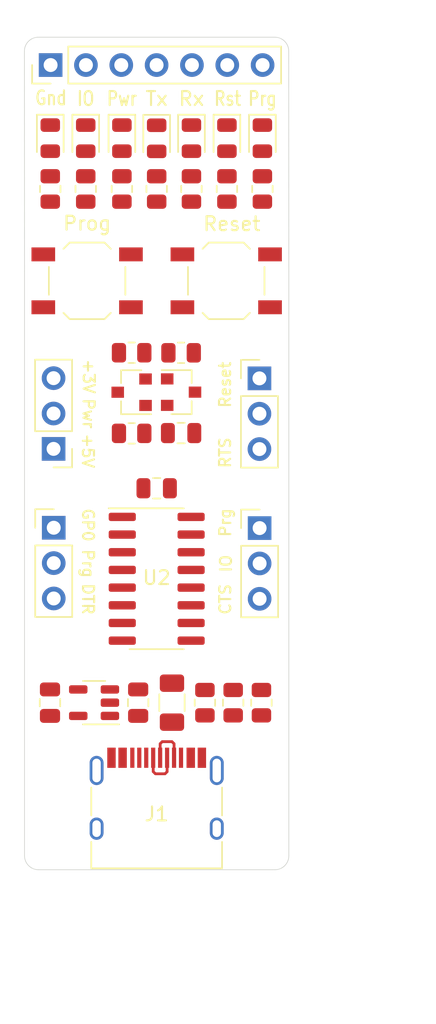
<source format=kicad_pcb>
(kicad_pcb (version 20221018) (generator pcbnew)
  (layers (0 "F.Cu" signal) (31 "B.Cu" signal) (34 "B.Paste" user) (35 "F.Paste" user) (36 "B.SilkS" user "B.Silkscreen") (37 "F.SilkS" user "F.Silkscreen") (38 "B.Mask" user) (39 "F.Mask" user) (44 "Edge.Cuts" user))
  (property "date" "2022-08-03")
  (property "version" "bd43bc3")
  (property "version_name" "v1.1")
  (net 0 "")
  (net 1 "+3V3")
  (net 2 "/PROG_OUT")
  (net 3 "Net-(J1-CC1)")
  (net 4 "+5V")
  (net 5 "/+5V_In")
  (net 6 "/D-")
  (net 7 "/D+")
  (net 9 "/DTR")
  (net 10 "/GPIO0")
  (net 11 "/RTS")
  (net 12 "Net-(J1-CC2)")
  (net 14 "/RXD0")
  (net 15 "/TXD0")
  (net 16 "/CTS")
  (net 17 "/VOUT")
  (net 18 "Net-(Q1-B)")
  (net 19 "Net-(Q2-B)")
  (net 20 "Net-(D1-A)")
  (net 21 "Net-(D2-A)")
  (net 22 "Net-(D3-A)")
  (net 23 "/RESET")
  (net 24 "Net-(U1-EN)")
  (net 32 "GND")
  (net 33 "/RESET_OUT")
  (net 34 "Net-(D4-A)")
  (net 35 "/CTS_OUT")
  (net 36 "Net-(D5-A)")
  (net 37 "Net-(D6-A)")
  (net 38 "Net-(D7-A)")
  (footprint "Capacitor_SMD:C_0805_2012Metric" (layer "F.Cu") (at 152 88.6 180)
    (fp_text reference "C3" hide)
    (fp_text value "10uF")
    (fp_line (start -0.261252 -0.735) (end 0.261252 -0.735) (stroke (width 0.12)) (layer "F.SilkS"))
    (fp_line (start -0.261252 0.735) (end 0.261252 0.735) (stroke (width 0.12)) (layer "F.SilkS"))
    (pad "1" smd roundrect (at -0.95 0 180) (size 1 1.45) (layers "F.Cu" "F.Paste" "F.Mask") (net 1 "+3V3"))
    (pad "2" smd roundrect (at 0.95 0 180) (size 1 1.45) (layers "F.Cu" "F.Paste" "F.Mask") (net 32 "GND"))
  )
  (footprint "Resistor_SMD:R_0805_2012Metric" (layer "F.Cu") (at 155.468 104 -90)
    (fp_text reference "R2" hide)
    (fp_text value "100K")
    (fp_line (start -0.227064 -0.735) (end 0.227064 -0.735) (stroke (width 0.12)) (layer "F.SilkS"))
    (fp_line (start -0.227064 0.735) (end 0.227064 0.735) (stroke (width 0.12)) (layer "F.SilkS"))
    (pad "1" smd roundrect (at -0.9125 0 270) (size 1.025 1.4) (layers "F.Cu" "F.Paste" "F.Mask") (roundrect_rratio 0.243902) (net 4 "+5V"))
    (pad "2" smd roundrect (at 0.9125 0 270) (size 1.025 1.4) (layers "F.Cu" "F.Paste" "F.Mask") (roundrect_rratio 0.243902) (net 24 "Net-(U1-EN)"))
  )
  (footprint "Resistor_SMD:R_0805_2012Metric" (layer "F.Cu") (at 157.5 104 90)
    (fp_text reference "R3" hide)
    (fp_text value "5K1")
    (fp_line (start -0.227064 -0.735) (end 0.227064 -0.735) (stroke (width 0.12)) (layer "F.SilkS"))
    (fp_line (start -0.227064 0.735) (end 0.227064 0.735) (stroke (width 0.12)) (layer "F.SilkS"))
    (pad "1" smd roundrect (at -0.9125 0 90) (size 1.025 1.4) (layers "F.Cu" "F.Paste" "F.Mask") (roundrect_rratio 0.243902) (net 3 "Net-(J1-CC1)"))
    (pad "2" smd roundrect (at 0.9125 0 90) (size 1.025 1.4) (layers "F.Cu" "F.Paste" "F.Mask") (roundrect_rratio 0.243902) (net 32 "GND"))
  )
  (footprint "Connector_USB:USB_C_Receptacle_HRO_TYPE-C-31-M-12" (layer "F.Cu") (at 152 112)
    (fp_text reference "J1" (at 0 0) (layer "F.SilkS"))
    (fp_text value "USB_C_Receptacle_USB2.0")
    (fp_line (start -4.7 -1.9) (end -4.7 0.1) (stroke (width 0.12)) (layer "F.SilkS"))
    (fp_line (start -4.7 2) (end -4.7 3.9) (stroke (width 0.12)) (layer "F.SilkS"))
    (fp_line (start -4.7 3.9) (end 4.7 3.9) (stroke (width 0.12)) (layer "F.SilkS"))
    (fp_line (start 4.7 -1.9) (end 4.7 0.1) (stroke (width 0.12)) (layer "F.SilkS"))
    (fp_line (start 4.7 2) (end 4.7 3.9) (stroke (width 0.12)) (layer "F.SilkS"))
    (pad "" np_thru_hole circle (at -2.89 -2.6) (size 0.65 0.65) (drill 0.65) (layers "*.Cu" "*.Mask"))
    (pad "" np_thru_hole circle (at 2.89 -2.6) (size 0.65 0.65) (drill 0.65) (layers "*.Cu" "*.Mask"))
    (pad "A1" smd rect (at -3.25 -4.045) (size 0.6 1.45) (layers "F.Cu" "F.Paste" "F.Mask") (net 32 "GND"))
    (pad "A4" smd rect (at -2.45 -4.045) (size 0.6 1.45) (layers "F.Cu" "F.Paste" "F.Mask") (net 5 "/+5V_In"))
    (pad "A5" smd rect (at -1.25 -4.045) (size 0.3 1.45) (layers "F.Cu" "F.Paste" "F.Mask") (net 3 "Net-(J1-CC1)"))
    (pad "A6" smd rect (at -0.25 -4.045) (size 0.3 1.45) (layers "F.Cu" "F.Paste" "F.Mask") (net 7 "/D+"))
    (pad "A7" smd rect (at 0.25 -4.045) (size 0.3 1.45) (layers "F.Cu" "F.Paste" "F.Mask") (net 6 "/D-"))
    (pad "A8" smd rect (at 1.25 -4.045) (size 0.3 1.45) (layers "F.Cu" "F.Paste" "F.Mask"))
    (pad "A9" smd rect (at 2.45 -4.045) (size 0.6 1.45) (layers "F.Cu" "F.Paste" "F.Mask") (net 5 "/+5V_In"))
    (pad "A12" smd rect (at 3.25 -4.045) (size 0.6 1.45) (layers "F.Cu" "F.Paste" "F.Mask") (net 32 "GND"))
    (pad "B1" smd rect (at 3.25 -4.045) (size 0.6 1.45) (layers "F.Cu" "F.Paste" "F.Mask") (net 32 "GND"))
    (pad "B4" smd rect (at 2.45 -4.045) (size 0.6 1.45) (layers "F.Cu" "F.Paste" "F.Mask") (net 5 "/+5V_In"))
    (pad "B5" smd rect (at 1.75 -4.045) (size 0.3 1.45) (layers "F.Cu" "F.Paste" "F.Mask") (net 12 "Net-(J1-CC2)"))
    (pad "B6" smd rect (at 0.75 -4.045) (size 0.3 1.45) (layers "F.Cu" "F.Paste" "F.Mask") (net 7 "/D+"))
    (pad "B7" smd rect (at -0.75 -4.045) (size 0.3 1.45) (layers "F.Cu" "F.Paste" "F.Mask") (net 6 "/D-"))
    (pad "B8" smd rect (at -1.75 -4.045) (size 0.3 1.45) (layers "F.Cu" "F.Paste" "F.Mask"))
    (pad "B9" smd rect (at -2.45 -4.045) (size 0.6 1.45) (layers "F.Cu" "F.Paste" "F.Mask") (net 5 "/+5V_In"))
    (pad "B12" smd rect (at -3.25 -4.045) (size 0.6 1.45) (layers "F.Cu" "F.Paste" "F.Mask") (net 32 "GND"))
    (pad "S1" thru_hole oval (at -4.32 -3.13) (size 1 2.1) (drill oval 0.6 1.7) (layers "*.Cu" "*.Mask") (net 32 "GND"))
    (pad "S1" thru_hole oval (at -4.32 1.05) (size 1 1.6) (drill oval 0.6 1.2) (layers "*.Cu" "*.Mask") (net 32 "GND"))
    (pad "S1" thru_hole oval (at 4.32 -3.13) (size 1 2.1) (drill oval 0.6 1.7) (layers "*.Cu" "*.Mask") (net 32 "GND"))
    (pad "S1" thru_hole oval (at 4.32 1.05) (size 1 1.6) (drill oval 0.6 1.2) (layers "*.Cu" "*.Mask") (net 32 "GND"))
  )
  (footprint "Capacitor_SMD:C_0805_2012Metric" (layer "F.Cu") (at 144.3305 104 90)
    (fp_text reference "C2" hide)
    (fp_text value "10uF")
    (fp_line (start -0.261252 -0.735) (end 0.261252 -0.735) (stroke (width 0.12)) (layer "F.SilkS"))
    (fp_line (start -0.261252 0.735) (end 0.261252 0.735) (stroke (width 0.12)) (layer "F.SilkS"))
    (pad "1" smd roundrect (at -0.95 0 90) (size 1 1.45) (layers "F.Cu" "F.Paste" "F.Mask") (net 1 "+3V3"))
    (pad "2" smd roundrect (at 0.95 0 90) (size 1 1.45) (layers "F.Cu" "F.Paste" "F.Mask") (net 32 "GND"))
  )
  (footprint "Capacitor_SMD:C_0805_2012Metric" (layer "F.Cu") (at 150.6695 104 90)
    (fp_text reference "C1" hide)
    (fp_text value "10uF")
    (fp_line (start -0.261252 -0.735) (end 0.261252 -0.735) (stroke (width 0.12)) (layer "F.SilkS"))
    (fp_line (start -0.261252 0.735) (end 0.261252 0.735) (stroke (width 0.12)) (layer "F.SilkS"))
    (pad "1" smd roundrect (at -0.95 0 90) (size 1 1.45) (layers "F.Cu" "F.Paste" "F.Mask") (net 4 "+5V"))
    (pad "2" smd roundrect (at 0.95 0 90) (size 1 1.45) (layers "F.Cu" "F.Paste" "F.Mask") (net 32 "GND"))
  )
  (footprint "Resistor_SMD:R_0805_2012Metric" (layer "F.Cu") (at 159.532 104 90)
    (fp_text reference "R1" hide)
    (fp_text value "5K1")
    (fp_line (start -0.227064 -0.735) (end 0.227064 -0.735) (stroke (width 0.12)) (layer "F.SilkS"))
    (fp_line (start -0.227064 0.735) (end 0.227064 0.735) (stroke (width 0.12)) (layer "F.SilkS"))
    (pad "1" smd roundrect (at -0.9125 0 90) (size 1.025 1.4) (layers "F.Cu" "F.Paste" "F.Mask") (roundrect_rratio 0.243902) (net 12 "Net-(J1-CC2)"))
    (pad "2" smd roundrect (at 0.9125 0 90) (size 1.025 1.4) (layers "F.Cu" "F.Paste" "F.Mask") (roundrect_rratio 0.243902) (net 32 "GND"))
  )
  (footprint "Resistor_SMD:R_0805_2012Metric" (layer "F.Cu") (at 150.2 78.8646 180)
    (fp_text reference "R5" hide)
    (fp_text value "10K")
    (fp_line (start -0.227064 -0.735) (end 0.227064 -0.735) (stroke (width 0.12)) (layer "F.SilkS"))
    (fp_line (start -0.227064 0.735) (end 0.227064 0.735) (stroke (width 0.12)) (layer "F.SilkS"))
    (pad "1" smd roundrect (at -0.9125 0 180) (size 1.025 1.4) (layers "F.Cu" "F.Paste" "F.Mask") (roundrect_rratio 0.243902) (net 19 "Net-(Q2-B)"))
    (pad "2" smd roundrect (at 0.9125 0 180) (size 1.025 1.4) (layers "F.Cu" "F.Paste" "F.Mask") (roundrect_rratio 0.243902) (net 9 "/DTR"))
  )
  (footprint "Package_SO:SOIC-16_3.9x9.9mm_P1.27mm" (layer "F.Cu") (at 152 95.1)
    (fp_text reference "U2" (at 0 -0.075) (layer "F.SilkS"))
    (fp_text value "CH340C")
    (fp_line (start 0 -5.06) (end -3.45 -5.06) (stroke (width 0.12)) (layer "F.SilkS"))
    (fp_line (start 0 -5.06) (end 1.95 -5.06) (stroke (width 0.12)) (layer "F.SilkS"))
    (fp_line (start 0 5.06) (end -1.95 5.06) (stroke (width 0.12)) (layer "F.SilkS"))
    (fp_line (start 0 5.06) (end 1.95 5.06) (stroke (width 0.12)) (layer "F.SilkS"))
    (pad "1" smd roundrect (at -2.475 -4.445) (size 1.95 0.6) (layers "F.Cu" "F.Paste" "F.Mask") (net 32 "GND"))
    (pad "2" smd roundrect (at -2.475 -3.175) (size 1.95 0.6) (layers "F.Cu" "F.Paste" "F.Mask") (net 14 "/RXD0"))
    (pad "3" smd roundrect (at -2.475 -1.905) (size 1.95 0.6) (layers "F.Cu" "F.Paste" "F.Mask") (net 15 "/TXD0"))
    (pad "4" smd roundrect (at -2.475 -0.635) (size 1.95 0.6) (layers "F.Cu" "F.Paste" "F.Mask") (net 1 "+3V3"))
    (pad "5" smd roundrect (at -2.475 0.635) (size 1.95 0.6) (layers "F.Cu" "F.Paste" "F.Mask") (net 7 "/D+"))
    (pad "6" smd roundrect (at -2.475 1.905) (size 1.95 0.6) (layers "F.Cu" "F.Paste" "F.Mask") (net 6 "/D-"))
    (pad "7" smd roundrect (at -2.475 3.175) (size 1.95 0.6) (layers "F.Cu" "F.Paste" "F.Mask"))
    (pad "8" smd roundrect (at -2.475 4.445) (size 1.95 0.6) (layers "F.Cu" "F.Paste" "F.Mask"))
    (pad "9" smd roundrect (at 2.475 4.445) (size 1.95 0.6) (layers "F.Cu" "F.Paste" "F.Mask") (net 16 "/CTS"))
    (pad "10" smd roundrect (at 2.475 3.175) (size 1.95 0.6) (layers "F.Cu" "F.Paste" "F.Mask"))
    (pad "11" smd roundrect (at 2.475 1.905) (size 1.95 0.6) (layers "F.Cu" "F.Paste" "F.Mask"))
    (pad "12" smd roundrect (at 2.475 0.635) (size 1.95 0.6) (layers "F.Cu" "F.Paste" "F.Mask"))
    (pad "13" smd roundrect (at 2.475 -0.635) (size 1.95 0.6) (layers "F.Cu" "F.Paste" "F.Mask") (net 9 "/DTR"))
    (pad "14" smd roundrect (at 2.475 -1.905) (size 1.95 0.6) (layers "F.Cu" "F.Paste" "F.Mask") (net 11 "/RTS"))
    (pad "15" smd roundrect (at 2.475 -3.175) (size 1.95 0.6) (layers "F.Cu" "F.Paste" "F.Mask"))
    (pad "16" smd roundrect (at 2.475 -4.445) (size 1.95 0.6) (layers "F.Cu" "F.Paste" "F.Mask") (net 1 "+3V3"))
  )
  (footprint "Package_TO_SOT_SMD:SOT-23" (layer "F.Cu") (at 153.756 81.6942)
    (fp_text reference "Q2" hide)
    (fp_text value "MMBT2222")
    (fp_line (start 0.76 -1.58) (end -1.4 -1.58) (stroke (width 0.12)) (layer "F.SilkS"))
    (fp_line (start 0.76 -1.58) (end 0.76 -0.65) (stroke (width 0.12)) (layer "F.SilkS"))
    (fp_line (start 0.76 1.58) (end -0.7 1.58) (stroke (width 0.12)) (layer "F.SilkS"))
    (fp_line (start 0.76 1.58) (end 0.76 0.65) (stroke (width 0.12)) (layer "F.SilkS"))
    (pad "1" smd rect (at -1 -0.95) (size 0.9 0.8) (layers "F.Cu" "F.Paste" "F.Mask") (net 19 "Net-(Q2-B)"))
    (pad "2" smd rect (at -1 0.95) (size 0.9 0.8) (layers "F.Cu" "F.Paste" "F.Mask") (net 11 "/RTS"))
    (pad "3" smd rect (at 1 0) (size 0.9 0.8) (layers "F.Cu" "F.Paste" "F.Mask") (net 23 "/RESET"))
  )
  (footprint "Package_TO_SOT_SMD:SOT-23" (layer "F.Cu") (at 150.2 81.7 180)
    (fp_text reference "Q1" hide)
    (fp_text value "MMBT2222")
    (fp_line (start 0.76 -1.58) (end -1.4 -1.58) (stroke (width 0.12)) (layer "F.SilkS"))
    (fp_line (start 0.76 -1.58) (end 0.76 -0.65) (stroke (width 0.12)) (layer "F.SilkS"))
    (fp_line (start 0.76 1.58) (end -0.7 1.58) (stroke (width 0.12)) (layer "F.SilkS"))
    (fp_line (start 0.76 1.58) (end 0.76 0.65) (stroke (width 0.12)) (layer "F.SilkS"))
    (pad "1" smd rect (at -1 -0.95 180) (size 0.9 0.8) (layers "F.Cu" "F.Paste" "F.Mask") (net 18 "Net-(Q1-B)"))
    (pad "2" smd rect (at -1 0.95 180) (size 0.9 0.8) (layers "F.Cu" "F.Paste" "F.Mask") (net 9 "/DTR"))
    (pad "3" smd rect (at 1 0 180) (size 0.9 0.8) (layers "F.Cu" "F.Paste" "F.Mask") (net 10 "/GPIO0"))
  )
  (footprint "Resistor_SMD:R_0805_2012Metric" (layer "F.Cu") (at 153.756 78.8696)
    (fp_text reference "R6" hide)
    (fp_text value "10K")
    (fp_line (start -0.227064 -0.735) (end 0.227064 -0.735) (stroke (width 0.12)) (layer "F.SilkS"))
    (fp_line (start -0.227064 0.735) (end 0.227064 0.735) (stroke (width 0.12)) (layer "F.SilkS"))
    (pad "1" smd roundrect (at -0.9125 0) (size 1.025 1.4) (layers "F.Cu" "F.Paste" "F.Mask") (roundrect_rratio 0.243902) (net 1 "+3V3"))
    (pad "2" smd roundrect (at 0.9125 0) (size 1.025 1.4) (layers "F.Cu" "F.Paste" "F.Mask") (roundrect_rratio 0.243902) (net 23 "/RESET"))
  )
  (footprint "Resistor_SMD:R_0805_2012Metric" (layer "F.Cu") (at 154.5 67.1 -90)
    (fp_text reference "R8" hide)
    (fp_text value "1K")
    (fp_line (start -0.227064 -0.735) (end 0.227064 -0.735) (stroke (width 0.12)) (layer "F.SilkS"))
    (fp_line (start -0.227064 0.735) (end 0.227064 0.735) (stroke (width 0.12)) (layer "F.SilkS"))
    (pad "1" smd roundrect (at -0.9125 0 270) (size 1.025 1.4) (layers "F.Cu" "F.Paste" "F.Mask") (roundrect_rratio 0.243902) (net 21 "Net-(D2-A)"))
    (pad "2" smd roundrect (at 0.9125 0 270) (size 1.025 1.4) (layers "F.Cu" "F.Paste" "F.Mask") (roundrect_rratio 0.243902) (net 32 "GND"))
  )
  (footprint "Resistor_SMD:R_0805_2012Metric" (layer "F.Cu") (at 159.6 67.1 -90)
    (fp_text reference "R9" hide)
    (fp_text value "1K")
    (fp_line (start -0.227064 -0.735) (end 0.227064 -0.735) (stroke (width 0.12)) (layer "F.SilkS"))
    (fp_line (start -0.227064 0.735) (end 0.227064 0.735) (stroke (width 0.12)) (layer "F.SilkS"))
    (pad "1" smd roundrect (at -0.9125 0 270) (size 1.025 1.4) (layers "F.Cu" "F.Paste" "F.Mask") (roundrect_rratio 0.243902) (net 22 "Net-(D3-A)"))
    (pad "2" smd roundrect (at 0.9125 0 270) (size 1.025 1.4) (layers "F.Cu" "F.Paste" "F.Mask") (roundrect_rratio 0.243902) (net 2 "/PROG_OUT"))
  )
  (footprint "LED_SMD:LED_0805_2012Metric" (layer "F.Cu") (at 154.5 63.45 -90)
    (fp_text reference "D2" hide)
    (fp_text value "LED" hide)
    (fp_line (start -1.685 -0.96) (end -1.685 0.96) (stroke (width 0.12)) (layer "F.SilkS"))
    (fp_line (start -1.685 0.96) (end 1 0.96) (stroke (width 0.12)) (layer "F.SilkS"))
    (fp_line (start 1 -0.96) (end -1.685 -0.96) (stroke (width 0.12)) (layer "F.SilkS"))
    (pad "1" smd roundrect (at -0.9375 0 270) (size 0.975 1.4) (layers "F.Cu" "F.Paste" "F.Mask") (net 14 "/RXD0"))
    (pad "2" smd roundrect (at 0.9375 0 270) (size 0.975 1.4) (layers "F.Cu" "F.Paste" "F.Mask") (net 21 "Net-(D2-A)"))
  )
  (footprint "Resistor_SMD:R_0805_2012Metric" (layer "F.Cu") (at 150.2 84.6558)
    (fp_text reference "R4" hide)
    (fp_text value "10K")
    (fp_line (start -0.227064 -0.735) (end 0.227064 -0.735) (stroke (width 0.12)) (layer "F.SilkS"))
    (fp_line (start -0.227064 0.735) (end 0.227064 0.735) (stroke (width 0.12)) (layer "F.SilkS"))
    (pad "1" smd roundrect (at -0.9125 0) (size 1.025 1.4) (layers "F.Cu" "F.Paste" "F.Mask") (roundrect_rratio 0.243902) (net 18 "Net-(Q1-B)"))
    (pad "2" smd roundrect (at 0.9125 0) (size 1.025 1.4) (layers "F.Cu" "F.Paste" "F.Mask") (roundrect_rratio 0.243902) (net 11 "/RTS"))
  )
  (footprint "Button_Switch_SMD:SW_SPST_TL3342" (layer "F.Cu") (at 147 73.7 180)
    (fp_text reference "SW2" hide)
    (fp_text value "TL3342")
    (fp_line (start -2.75 -1) (end -2.75 1) (stroke (width 0.12)) (layer "F.SilkS"))
    (fp_line (start -1.7 -2.3) (end -1.25 -2.75) (stroke (width 0.12)) (layer "F.SilkS"))
    (fp_line (start -1.7 2.3) (end -1.25 2.75) (stroke (width 0.12)) (layer "F.SilkS"))
    (fp_line (start -1.25 -2.75) (end 1.25 -2.75) (stroke (width 0.12)) (layer "F.SilkS"))
    (fp_line (start -1.25 2.75) (end 1.25 2.75) (stroke (width 0.12)) (layer "F.SilkS"))
    (fp_line (start 1.7 -2.3) (end 1.25 -2.75) (stroke (width 0.12)) (layer "F.SilkS"))
    (fp_line (start 1.7 2.3) (end 1.25 2.75) (stroke (width 0.12)) (layer "F.SilkS"))
    (fp_line (start 2.75 -1) (end 2.75 1) (stroke (width 0.12)) (layer "F.SilkS"))
    (pad "1" smd rect (at -3.15 -1.9 180) (size 1.7 1) (layers "F.Cu" "F.Paste" "F.Mask") (net 32 "GND"))
    (pad "1" smd rect (at 3.15 -1.9 180) (size 1.7 1) (layers "F.Cu" "F.Paste" "F.Mask") (net 32 "GND"))
    (pad "2" smd rect (at -3.15 1.9 180) (size 1.7 1) (layers "F.Cu" "F.Paste" "F.Mask") (net 10 "/GPIO0"))
    (pad "2" smd rect (at 3.15 1.9 180) (size 1.7 1) (layers "F.Cu" "F.Paste" "F.Mask") (net 10 "/GPIO0"))
  )
  (footprint "LED_SMD:LED_0805_2012Metric" (layer "F.Cu") (at 157.05 63.45 -90)
    (fp_text reference "D5" hide)
    (fp_text value "LED")
    (fp_line (start -1.685 -0.96) (end -1.685 0.96) (stroke (width 0.12)) (layer "F.SilkS"))
    (fp_line (start -1.685 0.96) (end 1 0.96) (stroke (width 0.12)) (layer "F.SilkS"))
    (fp_line (start 1 -0.96) (end -1.685 -0.96) (stroke (width 0.12)) (layer "F.SilkS"))
    (pad "1" smd roundrect (at -0.9375 0 270) (size 0.975 1.4) (layers "F.Cu" "F.Paste" "F.Mask") (net 1 "+3V3"))
    (pad "2" smd roundrect (at 0.9375 0 270) (size 0.975 1.4) (layers "F.Cu" "F.Paste" "F.Mask") (net 36 "Net-(D5-A)"))
  )
  (footprint "Resistor_SMD:R_0805_2012Metric" (layer "F.Cu") (at 144.35 67.1 -90)
    (fp_text reference "R12" hide)
    (fp_text value "1K")
    (fp_line (start -0.227064 -0.735) (end 0.227064 -0.735) (stroke (width 0.12)) (layer "F.SilkS"))
    (fp_line (start -0.227064 0.735) (end 0.227064 0.735) (stroke (width 0.12)) (layer "F.SilkS"))
    (pad "1" smd roundrect (at -0.9125 0 270) (size 1.025 1.4) (layers "F.Cu" "F.Paste" "F.Mask") (roundrect_rratio 0.243902) (net 37 "Net-(D6-A)"))
    (pad "2" smd roundrect (at 0.9125 0 270) (size 1.025 1.4) (layers "F.Cu" "F.Paste" "F.Mask") (roundrect_rratio 0.243902) (net 32 "GND"))
  )
  (footprint "Fuse:Fuse_1206_3216Metric" (layer "F.Cu") (at 153.1 104 90)
    (fp_text reference "F1" hide)
    (fp_text value "Polyfuse")
    (fp_line (start -0.602064 -0.91) (end 0.602064 -0.91) (stroke (width 0.12)) (layer "F.SilkS"))
    (fp_line (start -0.602064 0.91) (end 0.602064 0.91) (stroke (width 0.12)) (layer "F.SilkS"))
    (pad "1" smd roundrect (at -1.4 0 90) (size 1.25 1.75) (layers "F.Cu" "F.Paste" "F.Mask") (roundrect_rratio 0.2) (net 5 "/+5V_In"))
    (pad "2" smd roundrect (at 1.4 0 90) (size 1.25 1.75) (layers "F.Cu" "F.Paste" "F.Mask") (roundrect_rratio 0.2) (net 4 "+5V"))
  )
  (footprint "LED_SMD:LED_0805_2012Metric" (layer "F.Cu") (at 159.6 63.45 -90)
    (fp_text reference "D3" hide)
    (fp_text value "LED" hide)
    (fp_line (start -1.685 -0.96) (end -1.685 0.96) (stroke (width 0.12)) (layer "F.SilkS"))
    (fp_line (start -1.685 0.96) (end 1 0.96) (stroke (width 0.12)) (layer "F.SilkS"))
    (fp_line (start 1 -0.96) (end -1.685 -0.96) (stroke (width 0.12)) (layer "F.SilkS"))
    (pad "1" smd roundrect (at -0.9375 0 270) (size 0.975 1.4) (layers "F.Cu" "F.Paste" "F.Mask") (net 1 "+3V3"))
    (pad "2" smd roundrect (at 0.9375 0 270) (size 0.975 1.4) (layers "F.Cu" "F.Paste" "F.Mask") (net 22 "Net-(D3-A)"))
  )
  (footprint "LED_SMD:LED_0805_2012Metric" (layer "F.Cu") (at 149.5 63.45 -90)
    (fp_text reference "D4" hide)
    (fp_text value "LED")
    (fp_line (start -1.685 -0.96) (end -1.685 0.96) (stroke (width 0.12)) (layer "F.SilkS"))
    (fp_line (start -1.685 0.96) (end 1 0.96) (stroke (width 0.12)) (layer "F.SilkS"))
    (fp_line (start 1 -0.96) (end -1.685 -0.96) (stroke (width 0.12)) (layer "F.SilkS"))
    (pad "1" smd roundrect (at -0.9375 0 270) (size 0.975 1.4) (layers "F.Cu" "F.Paste" "F.Mask") (net 17 "/VOUT"))
    (pad "2" smd roundrect (at 0.9375 0 270) (size 0.975 1.4) (layers "F.Cu" "F.Paste" "F.Mask") (net 34 "Net-(D4-A)"))
  )
  (footprint "Connector_PinHeader_2.54mm:PinHeader_1x03_P2.54mm_Vertical" (layer "F.Cu") (at 144.6 91.435)
    (fp_text reference "J5" hide)
    (fp_text value "PROG_SEL")
    (fp_line (start -1.33 -1.33) (end 0 -1.33) (stroke (width 0.12)) (layer "F.SilkS"))
    (fp_line (start -1.33 0) (end -1.33 -1.33) (stroke (width 0.12)) (layer "F.SilkS"))
    (fp_line (start -1.33 1.27) (end -1.33 6.41) (stroke (width 0.12)) (layer "F.SilkS"))
    (fp_line (start -1.33 1.27) (end 1.33 1.27) (stroke (width 0.12)) (layer "F.SilkS"))
    (fp_line (start -1.33 6.41) (end 1.33 6.41) (stroke (width 0.12)) (layer "F.SilkS"))
    (fp_line (start 1.33 1.27) (end 1.33 6.41) (stroke (width 0.12)) (layer "F.SilkS"))
    (pad "1" thru_hole rect (at 0 0) (size 1.7 1.7) (drill 1) (layers "*.Cu" "*.Mask") (net 10 "/GPIO0"))
    (pad "2" thru_hole oval (at 0 2.54) (size 1.7 1.7) (drill 1) (layers "*.Cu" "*.Mask") (net 2 "/PROG_OUT"))
    (pad "3" thru_hole oval (at 0 5.08) (size 1.7 1.7) (drill 1) (layers "*.Cu" "*.Mask") (net 9 "/DTR"))
  )
  (footprint "Connector_PinHeader_2.54mm:PinHeader_1x03_P2.54mm_Vertical" (layer "F.Cu") (at 159.4 91.46)
    (fp_text reference "J7" hide)
    (fp_text value "PROG_SEL")
    (fp_line (start -1.33 -1.33) (end 0 -1.33) (stroke (width 0.12)) (layer "F.SilkS"))
    (fp_line (start -1.33 0) (end -1.33 -1.33) (stroke (width 0.12)) (layer "F.SilkS"))
    (fp_line (start -1.33 1.27) (end -1.33 6.41) (stroke (width 0.12)) (layer "F.SilkS"))
    (fp_line (start -1.33 1.27) (end 1.33 1.27) (stroke (width 0.12)) (layer "F.SilkS"))
    (fp_line (start -1.33 6.41) (end 1.33 6.41) (stroke (width 0.12)) (layer "F.SilkS"))
    (fp_line (start 1.33 1.27) (end 1.33 6.41) (stroke (width 0.12)) (layer "F.SilkS"))
    (pad "1" thru_hole rect (at 0 0) (size 1.7 1.7) (drill 1) (layers "*.Cu" "*.Mask") (net 2 "/PROG_OUT"))
    (pad "2" thru_hole oval (at 0 2.54) (size 1.7 1.7) (drill 1) (layers "*.Cu" "*.Mask") (net 35 "/CTS_OUT"))
    (pad "3" thru_hole oval (at 0 5.08) (size 1.7 1.7) (drill 1) (layers "*.Cu" "*.Mask") (net 16 "/CTS"))
  )
  (footprint "Connector_PinHeader_2.54mm:PinHeader_1x07_P2.54mm_Vertical" (layer "F.Cu") (at 144.375 58.2 90)
    (fp_text reference "J4" hide)
    (fp_text value "Conn_01x07")
    (fp_line (start -1.33 -1.33) (end 0 -1.33) (stroke (width 0.12)) (layer "F.SilkS"))
    (fp_line (start -1.33 0) (end -1.33 -1.33) (stroke (width 0.12)) (layer "F.SilkS"))
    (fp_line (start -1.33 1.27) (end -1.33 16.57) (stroke (width 0.12)) (layer "F.SilkS"))
    (fp_line (start -1.33 1.27) (end 1.33 1.27) (stroke (width 0.12)) (layer "F.SilkS"))
    (fp_line (start -1.33 16.57) (end 1.33 16.57) (stroke (width 0.12)) (layer "F.SilkS"))
    (fp_line (start 1.33 1.27) (end 1.33 16.57) (stroke (width 0.12)) (layer "F.SilkS"))
    (pad "1" thru_hole rect (at 0 0 90) (size 1.7 1.7) (drill 1) (layers "*.Cu" "*.Mask") (net 32 "GND"))
    (pad "2" thru_hole oval (at 0 2.54 90) (size 1.7 1.7) (drill 1) (layers "*.Cu" "*.Mask") (net 35 "/CTS_OUT"))
    (pad "3" thru_hole oval (at 0 5.08 90) (size 1.7 1.7) (drill 1) (layers "*.Cu" "*.Mask") (net 17 "/VOUT"))
    (pad "4" thru_hole oval (at 0 7.62 90) (size 1.7 1.7) (drill 1) (layers "*.Cu" "*.Mask") (net 15 "/TXD0"))
    (pad "5" thru_hole oval (at 0 10.16 90) (size 1.7 1.7) (drill 1) (layers "*.Cu" "*.Mask") (net 14 "/RXD0"))
    (pad "6" thru_hole oval (at 0 12.7 90) (size 1.7 1.7) (drill 1) (layers "*.Cu" "*.Mask") (net 33 "/RESET_OUT"))
    (pad "7" thru_hole oval (at 0 15.24 90) (size 1.7 1.7) (drill 1) (layers "*.Cu" "*.Mask") (net 2 "/PROG_OUT"))
  )
  (footprint "Resistor_SMD:R_0805_2012Metric" (layer "F.Cu") (at 157.05 67.1 -90)
    (fp_text reference "R11" hide)
    (fp_text value "1K")
    (fp_line (start -0.227064 -0.735) (end 0.227064 -0.735) (stroke (width 0.12)) (layer "F.SilkS"))
    (fp_line (start -0.227064 0.735) (end 0.227064 0.735) (stroke (width 0.12)) (layer "F.SilkS"))
    (pad "1" smd roundrect (at -0.9125 0 270) (size 1.025 1.4) (layers "F.Cu" "F.Paste" "F.Mask") (roundrect_rratio 0.243902) (net 36 "Net-(D5-A)"))
    (pad "2" smd roundrect (at 0.9125 0 270) (size 1.025 1.4) (layers "F.Cu" "F.Paste" "F.Mask") (roundrect_rratio 0.243902) (net 33 "/RESET_OUT"))
  )
  (footprint "Connector_PinHeader_2.54mm:PinHeader_1x03_P2.54mm_Vertical" (layer "F.Cu") (at 159.388 80.7054)
    (fp_text reference "J6" hide)
    (fp_text value "RESET_SEL")
    (fp_line (start -1.33 -1.33) (end 0 -1.33) (stroke (width 0.12)) (layer "F.SilkS"))
    (fp_line (start -1.33 0) (end -1.33 -1.33) (stroke (width 0.12)) (layer "F.SilkS"))
    (fp_line (start -1.33 1.27) (end -1.33 6.41) (stroke (width 0.12)) (layer "F.SilkS"))
    (fp_line (start -1.33 1.27) (end 1.33 1.27) (stroke (width 0.12)) (layer "F.SilkS"))
    (fp_line (start -1.33 6.41) (end 1.33 6.41) (stroke (width 0.12)) (layer "F.SilkS"))
    (fp_line (start 1.33 1.27) (end 1.33 6.41) (stroke (width 0.12)) (layer "F.SilkS"))
    (pad "1" thru_hole rect (at 0 0) (size 1.7 1.7) (drill 1) (layers "*.Cu" "*.Mask") (net 23 "/RESET"))
    (pad "2" thru_hole oval (at 0 2.54) (size 1.7 1.7) (drill 1) (layers "*.Cu" "*.Mask") (net 33 "/RESET_OUT"))
    (pad "3" thru_hole oval (at 0 5.08) (size 1.7 1.7) (drill 1) (layers "*.Cu" "*.Mask") (net 11 "/RTS"))
  )
  (footprint "Capacitor_SMD:C_0805_2012Metric" (layer "F.Cu") (at 153.756 84.6354 180)
    (fp_text reference "C4" hide)
    (fp_text value "10uF")
    (fp_line (start -0.261252 -0.735) (end 0.261252 -0.735) (stroke (width 0.12)) (layer "F.SilkS"))
    (fp_line (start -0.261252 0.735) (end 0.261252 0.735) (stroke (width 0.12)) (layer "F.SilkS"))
    (pad "1" smd roundrect (at -0.95 0 180) (size 1 1.45) (layers "F.Cu" "F.Paste" "F.Mask") (net 23 "/RESET"))
    (pad "2" smd roundrect (at 0.95 0 180) (size 1 1.45) (layers "F.Cu" "F.Paste" "F.Mask") (net 32 "GND"))
  )
  (footprint "Resistor_SMD:R_0805_2012Metric" (layer "F.Cu") (at 152 67.1 -90)
    (fp_text reference "R7" hide)
    (fp_text value "1K")
    (fp_line (start -0.227064 -0.735) (end 0.227064 -0.735) (stroke (width 0.12)) (layer "F.SilkS"))
    (fp_line (start -0.227064 0.735) (end 0.227064 0.735) (stroke (width 0.12)) (layer "F.SilkS"))
    (pad "1" smd roundrect (at -0.9125 0 270) (size 1.025 1.4) (layers "F.Cu" "F.Paste" "F.Mask") (roundrect_rratio 0.243902) (net 20 "Net-(D1-A)"))
    (pad "2" smd roundrect (at 0.9125 0 270) (size 1.025 1.4) (layers "F.Cu" "F.Paste" "F.Mask") (roundrect_rratio 0.243902) (net 32 "GND"))
  )
  (footprint "Button_Switch_SMD:SW_SPST_TL3342" (layer "F.Cu") (at 157 73.7 180)
    (fp_text reference "SW1" hide)
    (fp_text value "TL3342")
    (fp_line (start -2.75 -1) (end -2.75 1) (stroke (width 0.12)) (layer "F.SilkS"))
    (fp_line (start -1.7 -2.3) (end -1.25 -2.75) (stroke (width 0.12)) (layer "F.SilkS"))
    (fp_line (start -1.7 2.3) (end -1.25 2.75) (stroke (width 0.12)) (layer "F.SilkS"))
    (fp_line (start -1.25 -2.75) (end 1.25 -2.75) (stroke (width 0.12)) (layer "F.SilkS"))
    (fp_line (start -1.25 2.75) (end 1.25 2.75) (stroke (width 0.12)) (layer "F.SilkS"))
    (fp_line (start 1.7 -2.3) (end 1.25 -2.75) (stroke (width 0.12)) (layer "F.SilkS"))
    (fp_line (start 1.7 2.3) (end 1.25 2.75) (stroke (width 0.12)) (layer "F.SilkS"))
    (fp_line (start 2.75 -1) (end 2.75 1) (stroke (width 0.12)) (layer "F.SilkS"))
    (pad "1" smd rect (at -3.15 -1.9 180) (size 1.7 1) (layers "F.Cu" "F.Paste" "F.Mask") (net 32 "GND"))
    (pad "1" smd rect (at 3.15 -1.9 180) (size 1.7 1) (layers "F.Cu" "F.Paste" "F.Mask") (net 32 "GND"))
    (pad "2" smd rect (at -3.15 1.9 180) (size 1.7 1) (layers "F.Cu" "F.Paste" "F.Mask") (net 23 "/RESET"))
    (pad "2" smd rect (at 3.15 1.9 180) (size 1.7 1) (layers "F.Cu" "F.Paste" "F.Mask") (net 23 "/RESET"))
  )
  (footprint "Package_TO_SOT_SMD:SOT-23-5" (layer "F.Cu") (at 147.5 104 180)
    (fp_text reference "U1" hide)
    (fp_text value "AP2112K-3.3")
    (fp_line (start 0 -1.56) (end -1.8 -1.56) (stroke (width 0.12)) (layer "F.SilkS"))
    (fp_line (start 0 -1.56) (end 0.8 -1.56) (stroke (width 0.12)) (layer "F.SilkS"))
    (fp_line (start 0 1.56) (end -0.8 1.56) (stroke (width 0.12)) (layer "F.SilkS"))
    (fp_line (start 0 1.56) (end 0.8 1.56) (stroke (width 0.12)) (layer "F.SilkS"))
    (pad "1" smd roundrect (at -1.1375 -0.95 180) (size 1.325 0.6) (layers "F.Cu" "F.Paste" "F.Mask") (net 4 "+5V"))
    (pad "2" smd roundrect (at -1.1375 0 180) (size 1.325 0.6) (layers "F.Cu" "F.Paste" "F.Mask") (net 32 "GND"))
    (pad "3" smd roundrect (at -1.1375 0.95 180) (size 1.325 0.6) (layers "F.Cu" "F.Paste" "F.Mask") (net 24 "Net-(U1-EN)"))
    (pad "4" smd roundrect (at 1.1375 0.95 180) (size 1.325 0.6) (layers "F.Cu" "F.Paste" "F.Mask"))
    (pad "5" smd roundrect (at 1.1375 -0.95 180) (size 1.325 0.6) (layers "F.Cu" "F.Paste" "F.Mask") (net 1 "+3V3"))
  )
  (footprint "LED_SMD:LED_0805_2012Metric" (layer "F.Cu") (at 152 63.4625 -90)
    (fp_text reference "D1" hide)
    (fp_text value "LED" hide)
    (fp_line (start -1.685 -0.96) (end -1.685 0.96) (stroke (width 0.12)) (layer "F.SilkS"))
    (fp_line (start -1.685 0.96) (end 1 0.96) (stroke (width 0.12)) (layer "F.SilkS"))
    (fp_line (start 1 -0.96) (end -1.685 -0.96) (stroke (width 0.12)) (layer "F.SilkS"))
    (pad "1" smd roundrect (at -0.9375 0 270) (size 0.975 1.4) (layers "F.Cu" "F.Paste" "F.Mask") (net 15 "/TXD0"))
    (pad "2" smd roundrect (at 0.9375 0 270) (size 0.975 1.4) (layers "F.Cu" "F.Paste" "F.Mask") (net 20 "Net-(D1-A)"))
  )
  (footprint "Resistor_SMD:R_0805_2012Metric" (layer "F.Cu") (at 149.5 67.1 -90)
    (fp_text reference "R10" hide)
    (fp_text value "1K")
    (fp_line (start -0.227064 -0.735) (end 0.227064 -0.735) (stroke (width 0.12)) (layer "F.SilkS"))
    (fp_line (start -0.227064 0.735) (end 0.227064 0.735) (stroke (width 0.12)) (layer "F.SilkS"))
    (pad "1" smd roundrect (at -0.9125 0 270) (size 1.025 1.4) (layers "F.Cu" "F.Paste" "F.Mask") (roundrect_rratio 0.243902) (net 34 "Net-(D4-A)"))
    (pad "2" smd roundrect (at 0.9125 0 270) (size 1.025 1.4) (layers "F.Cu" "F.Paste" "F.Mask") (roundrect_rratio 0.243902) (net 32 "GND"))
  )
  (footprint "LED_SMD:LED_0805_2012Metric" (layer "F.Cu") (at 144.35 63.45 -90)
    (fp_text reference "D6" hide)
    (fp_text value "LED")
    (fp_line (start -1.685 -0.96) (end -1.685 0.96) (stroke (width 0.12)) (layer "F.SilkS"))
    (fp_line (start -1.685 0.96) (end 1 0.96) (stroke (width 0.12)) (layer "F.SilkS"))
    (fp_line (start 1 -0.96) (end -1.685 -0.96) (stroke (width 0.12)) (layer "F.SilkS"))
    (pad "1" smd roundrect (at -0.9375 0 270) (size 0.975 1.4) (layers "F.Cu" "F.Paste" "F.Mask") (net 1 "+3V3"))
    (pad "2" smd roundrect (at 0.9375 0 270) (size 0.975 1.4) (layers "F.Cu" "F.Paste" "F.Mask") (net 37 "Net-(D6-A)"))
  )
  (footprint "Resistor_SMD:R_0805_2012Metric" (layer "F.Cu") (at 146.9 67.1 -90)
    (fp_text reference "R13" hide)
    (fp_text value "1K")
    (fp_line (start -0.227064 -0.735) (end 0.227064 -0.735) (stroke (width 0.12)) (layer "F.SilkS"))
    (fp_line (start -0.227064 0.735) (end 0.227064 0.735) (stroke (width 0.12)) (layer "F.SilkS"))
    (pad "1" smd roundrect (at -0.9125 0 270) (size 1.025 1.4) (layers "F.Cu" "F.Paste" "F.Mask") (roundrect_rratio 0.243902) (net 38 "Net-(D7-A)"))
    (pad "2" smd roundrect (at 0.9125 0 270) (size 1.025 1.4) (layers "F.Cu" "F.Paste" "F.Mask") (roundrect_rratio 0.243902) (net 35 "/CTS_OUT"))
  )
  (footprint "Connector_PinHeader_2.54mm:PinHeader_1x03_P2.54mm_Vertical" (layer "F.Cu") (at 144.588 85.7704 180)
    (fp_text reference "J3" hide)
    (fp_text value "V_SEL")
    (fp_line (start -1.33 -1.33) (end 0 -1.33) (stroke (width 0.12)) (layer "F.SilkS"))
    (fp_line (start -1.33 0) (end -1.33 -1.33) (stroke (width 0.12)) (layer "F.SilkS"))
    (fp_line (start -1.33 1.27) (end -1.33 6.41) (stroke (width 0.12)) (layer "F.SilkS"))
    (fp_line (start -1.33 1.27) (end 1.33 1.27) (stroke (width 0.12)) (layer "F.SilkS"))
    (fp_line (start -1.33 6.41) (end 1.33 6.41) (stroke (width 0.12)) (layer "F.SilkS"))
    (fp_line (start 1.33 1.27) (end 1.33 6.41) (stroke (width 0.12)) (layer "F.SilkS"))
    (pad "1" thru_hole rect (at 0 0 180) (size 1.7 1.7) (drill 1) (layers "*.Cu" "*.Mask") (net 4 "+5V"))
    (pad "2" thru_hole oval (at 0 2.54 180) (size 1.7 1.7) (drill 1) (layers "*.Cu" "*.Mask") (net 17 "/VOUT"))
    (pad "3" thru_hole oval (at 0 5.08 180) (size 1.7 1.7) (drill 1) (layers "*.Cu" "*.Mask") (net 1 "+3V3"))
  )
  (footprint "LED_SMD:LED_0805_2012Metric" (layer "F.Cu") (at 146.9 63.45 -90)
    (fp_text reference "D7" hide)
    (fp_text value "LED")
    (fp_line (start -1.685 -0.96) (end -1.685 0.96) (stroke (width 0.12)) (layer "F.SilkS"))
    (fp_line (start -1.685 0.96) (end 1 0.96) (stroke (width 0.12)) (layer "F.SilkS"))
    (fp_line (start 1 -0.96) (end -1.685 -0.96) (stroke (width 0.12)) (layer "F.SilkS"))
    (pad "1" smd roundrect (at -0.9375 0 270) (size 0.975 1.4) (layers "F.Cu" "F.Paste" "F.Mask") (net 1 "+3V3"))
    (pad "2" smd roundrect (at 0.9375 0 270) (size 0.975 1.4) (layers "F.Cu" "F.Paste" "F.Mask") (net 38 "Net-(D7-A)"))
  )
  (gr_arc (start 142.4929 57.2) (mid 142.785793 56.492893) (end 143.4929 56.2) (stroke (width 0.05)) (layer "Edge.Cuts"))
  (gr_line (start 161.4929 57.2) (end 161.5 73) (stroke (width 0.05)) (layer "Edge.Cuts"))
  (gr_line (start 160.5 116) (end 143.5 116) (stroke (width 0.05)) (layer "Edge.Cuts"))
  (gr_line (start 142.5 73) (end 142.5 115) (stroke (width 0.05)) (layer "Edge.Cuts"))
  (gr_line (start 142.5 73) (end 142.4929 57.2) (stroke (width 0.05)) (layer "Edge.Cuts"))
  (gr_line (start 160.4929 56.2) (end 143.4929 56.2) (stroke (width 0.05)) (layer "Edge.Cuts"))
  (gr_arc (start 160.4929 56.2) (mid 161.2 56.492896) (end 161.4929 57.2) (stroke (width 0.05)) (layer "Edge.Cuts"))
  (gr_arc (start 161.5 115) (mid 161.207107 115.707107) (end 160.5 116) (stroke (width 0.05)) (layer "Edge.Cuts"))
  (gr_line (start 161.5 73) (end 161.5 115) (stroke (width 0.05)) (layer "Edge.Cuts"))
  (gr_arc (start 143.5 116) (mid 142.794957 115.705043) (end 142.5 115) (stroke (width 0.05)) (layer "Edge.Cuts"))
  (gr_text "Reset" (at 157.4 70.1915) (layer "F.SilkS") (effects (font (size 1 1)) (justify bottom)))
  (gr_text "+5V" (at 146.588 87.2304 270) (layer "F.SilkS") (effects (font (size 0.8 0.8)) (justify right bottom)))
  (gr_text "Rx" (at 154.5 61.2) (layer "F.SilkS") (effects (font (size 1 1)) (justify bottom)))
  (gr_text "DTR" (at 146.6 97.76 270) (layer "F.SilkS") (effects (font (size 0.8 0.8)) (justify right bottom)))
  (gr_text "Pwr" (at 149.5 61.2) (layer "F.SilkS") (effects (font (size 1 0.8)) (justify bottom)))
  (gr_text "Reset" (at 157.388 79.4304 90) (layer "F.SilkS") (effects (font (size 0.8 0.8)) (justify right bottom)))
  (gr_text "CTS" (at 157.4 97.76 90) (layer "F.SilkS") (effects (font (size 0.8 0.8)) (justify left bottom)))
  (gr_text "Prog" (at 147 70.154) (layer "F.SilkS") (effects (font (size 1 1)) (justify bottom)))
  (gr_text "Rst" (at 157.1 61.2) (layer "F.SilkS") (effects (font (size 1 0.8)) (justify bottom)))
  (gr_text "Pwr" (at 146.638 83.2304 270) (layer "F.SilkS") (effects (font (size 0.8 0.8)) (justify bottom)))
  (gr_text "IO" (at 157.45 94.01 90) (layer "F.SilkS") (effects (font (size 0.8 0.8)) (justify bottom)))
  (gr_text "IO" (at 146.9 61.2) (layer "F.SilkS") (effects (font (size 1 0.8)) (justify bottom)))
  (gr_text "Tx" (at 152 61.2) (layer "F.SilkS") (effects (font (size 1 1)) (justify bottom)))
  (gr_text "Gnd" (at 144.4 61.15) (layer "F.SilkS") (effects (font (size 1 0.8)) (justify bottom)))
  (gr_text "GP0" (at 146.6 89.96 270) (layer "F.SilkS") (effects (font (size 0.8 0.8)) (justify left bottom)))
  (gr_text "Prg" (at 159.6 61.2) (layer "F.SilkS") (effects (font (size 1 0.8)) (justify bottom)))
  (gr_text "RTS" (at 157.388 87.2304 90) (layer "F.SilkS") (effects (font (size 0.8 0.8)) (justify left bottom)))
  (gr_text "+3V" (at 146.65 79.25 270) (layer "F.SilkS") (effects (font (size 0.8 0.8)) (justify left bottom)))
  (gr_text "Prg" (at 157.4 89.96 90) (layer "F.SilkS") (effects (font (size 0.8 0.8)) (justify right bottom)))
  (gr_text "Prg" (at 146.6 94.01 270) (layer "F.SilkS") (effects (font (size 0.8 0.8)) (justify bottom)))
  (segment (start 151.9092 109.1092) (end 152.6 109.1092) (width 0.2) (layer "F.Cu") (net 7))
  (segment (start 152.75 108.9592) (end 152.75 107.975) (width 0.2) (layer "F.Cu") (net 7))
  (segment (start 152.25 106.95) (end 152.4 106.8) (width 0.2) (layer "F.Cu") (net 7))
  (segment (start 152.6 109.1092) (end 152.75 108.9592) (width 0.2) (layer "F.Cu") (net 7))
  (segment (start 152.4 106.8) (end 153.1 106.8) (width 0.2) (layer "F.Cu") (net 7))
  (segment (start 151.75 108.95) (end 151.9092 109.1092) (width 0.2) (layer "F.Cu") (net 7))
  (segment (start 153.1 106.8) (end 153.25 106.95) (width 0.2) (layer "F.Cu") (net 7))
  (segment (start 151.75 107.975) (end 151.75 108.95) (width 0.2) (layer "F.Cu") (net 7))
  (segment (start 153.25 106.95) (end 153.25 107.8658) (width 0.2) (layer "F.Cu") (net 7))
  (segment (start 152.25 107.8658) (end 152.25 106.95) (width 0.2) (layer "F.Cu") (net 7))
)
</source>
